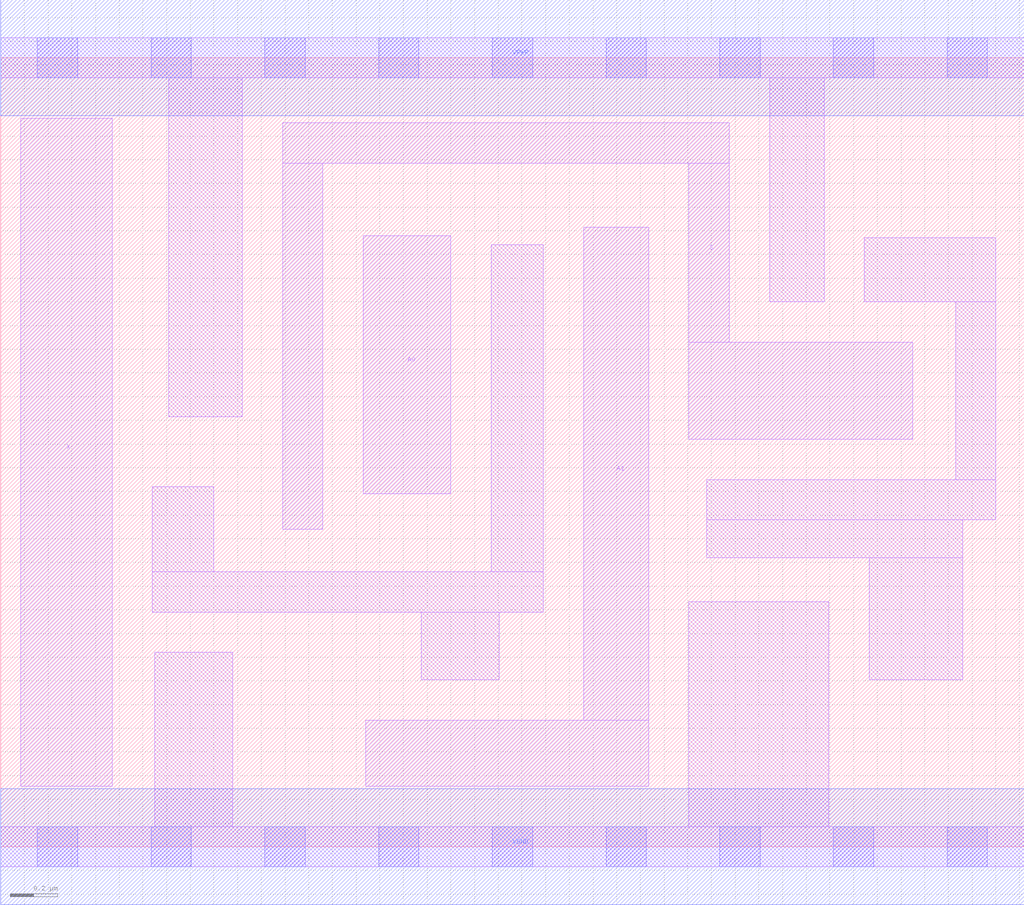
<source format=lef>
# Copyright 2020 The SkyWater PDK Authors
#
# Licensed under the Apache License, Version 2.0 (the "License");
# you may not use this file except in compliance with the License.
# You may obtain a copy of the License at
#
#     https://www.apache.org/licenses/LICENSE-2.0
#
# Unless required by applicable law or agreed to in writing, software
# distributed under the License is distributed on an "AS IS" BASIS,
# WITHOUT WARRANTIES OR CONDITIONS OF ANY KIND, either express or implied.
# See the License for the specific language governing permissions and
# limitations under the License.
#
# SPDX-License-Identifier: Apache-2.0

VERSION 5.7 ;
  NAMESCASESENSITIVE ON ;
  NOWIREEXTENSIONATPIN ON ;
  DIVIDERCHAR "/" ;
  BUSBITCHARS "[]" ;
UNITS
  DATABASE MICRONS 200 ;
END UNITS
MACRO sky130_fd_sc_lp__mux2_1
  CLASS CORE ;
  FOREIGN sky130_fd_sc_lp__mux2_1 ;
  ORIGIN  0.000000  0.000000 ;
  SIZE  4.320000 BY  3.330000 ;
  SYMMETRY X Y R90 ;
  SITE unit ;
  PIN A0
    ANTENNAGATEAREA  0.126000 ;
    DIRECTION INPUT ;
    USE SIGNAL ;
    PORT
      LAYER li1 ;
        RECT 1.530000 1.490000 1.900000 2.580000 ;
    END
  END A0
  PIN A1
    ANTENNAGATEAREA  0.126000 ;
    DIRECTION INPUT ;
    USE SIGNAL ;
    PORT
      LAYER li1 ;
        RECT 1.540000 0.255000 2.735000 0.535000 ;
        RECT 2.460000 0.535000 2.735000 2.615000 ;
    END
  END A1
  PIN S
    ANTENNAGATEAREA  0.252000 ;
    DIRECTION INPUT ;
    USE SIGNAL ;
    PORT
      LAYER li1 ;
        RECT 1.190000 1.340000 1.360000 2.885000 ;
        RECT 1.190000 2.885000 3.075000 3.055000 ;
        RECT 2.905000 1.720000 3.850000 2.130000 ;
        RECT 2.905000 2.130000 3.075000 2.885000 ;
    END
  END S
  PIN X
    ANTENNADIFFAREA  0.556500 ;
    DIRECTION OUTPUT ;
    USE SIGNAL ;
    PORT
      LAYER li1 ;
        RECT 0.085000 0.255000 0.470000 3.075000 ;
    END
  END X
  PIN VGND
    DIRECTION INOUT ;
    USE GROUND ;
    PORT
      LAYER met1 ;
        RECT 0.000000 -0.245000 4.320000 0.245000 ;
    END
  END VGND
  PIN VPWR
    DIRECTION INOUT ;
    USE POWER ;
    PORT
      LAYER met1 ;
        RECT 0.000000 3.085000 4.320000 3.575000 ;
    END
  END VPWR
  OBS
    LAYER li1 ;
      RECT 0.000000 -0.085000 4.320000 0.085000 ;
      RECT 0.000000  3.245000 4.320000 3.415000 ;
      RECT 0.640000  0.990000 2.290000 1.160000 ;
      RECT 0.640000  1.160000 0.900000 1.520000 ;
      RECT 0.650000  0.085000 0.980000 0.820000 ;
      RECT 0.710000  1.815000 1.020000 3.245000 ;
      RECT 1.775000  0.705000 2.105000 0.990000 ;
      RECT 2.070000  1.160000 2.290000 2.540000 ;
      RECT 2.905000  0.085000 3.495000 1.035000 ;
      RECT 2.980000  1.220000 4.060000 1.380000 ;
      RECT 2.980000  1.380000 4.200000 1.550000 ;
      RECT 3.245000  2.300000 3.475000 3.245000 ;
      RECT 3.645000  2.300000 4.200000 2.570000 ;
      RECT 3.665000  0.705000 4.060000 1.220000 ;
      RECT 4.030000  1.550000 4.200000 2.300000 ;
    LAYER mcon ;
      RECT 0.155000 -0.085000 0.325000 0.085000 ;
      RECT 0.155000  3.245000 0.325000 3.415000 ;
      RECT 0.635000 -0.085000 0.805000 0.085000 ;
      RECT 0.635000  3.245000 0.805000 3.415000 ;
      RECT 1.115000 -0.085000 1.285000 0.085000 ;
      RECT 1.115000  3.245000 1.285000 3.415000 ;
      RECT 1.595000 -0.085000 1.765000 0.085000 ;
      RECT 1.595000  3.245000 1.765000 3.415000 ;
      RECT 2.075000 -0.085000 2.245000 0.085000 ;
      RECT 2.075000  3.245000 2.245000 3.415000 ;
      RECT 2.555000 -0.085000 2.725000 0.085000 ;
      RECT 2.555000  3.245000 2.725000 3.415000 ;
      RECT 3.035000 -0.085000 3.205000 0.085000 ;
      RECT 3.035000  3.245000 3.205000 3.415000 ;
      RECT 3.515000 -0.085000 3.685000 0.085000 ;
      RECT 3.515000  3.245000 3.685000 3.415000 ;
      RECT 3.995000 -0.085000 4.165000 0.085000 ;
      RECT 3.995000  3.245000 4.165000 3.415000 ;
  END
END sky130_fd_sc_lp__mux2_1
END LIBRARY

</source>
